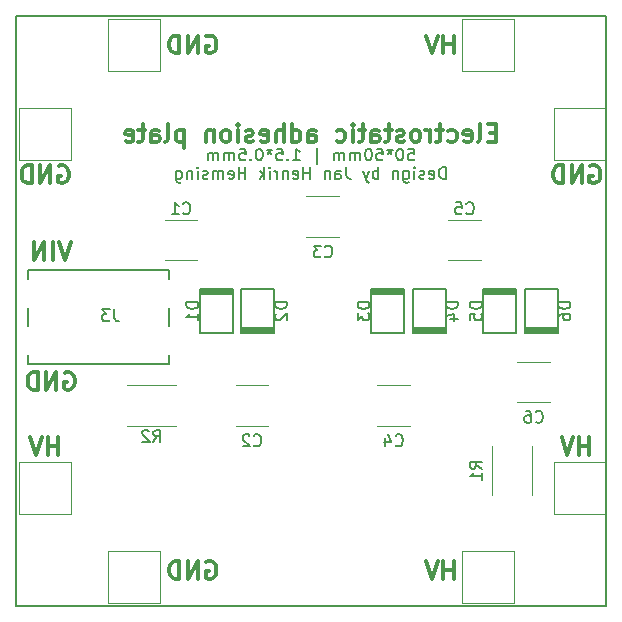
<source format=gbo>
%TF.GenerationSoftware,KiCad,Pcbnew,5.0.1*%
%TF.CreationDate,2019-03-19T22:32:44+01:00*%
%TF.ProjectId,Statikplatte,53746174696B706C617474652E6B6963,rev?*%
%TF.SameCoordinates,Original*%
%TF.FileFunction,Legend,Bot*%
%TF.FilePolarity,Positive*%
%FSLAX46Y46*%
G04 Gerber Fmt 4.6, Leading zero omitted, Abs format (unit mm)*
G04 Created by KiCad (PCBNEW 5.0.1) date Di 19 Mär 2019 22:32:44 CET*
%MOMM*%
%LPD*%
G01*
G04 APERTURE LIST*
%ADD10C,0.150000*%
%ADD11C,0.300000*%
%ADD12C,0.120000*%
G04 APERTURE END LIST*
D10*
X158238095Y-86252380D02*
X158714285Y-86252380D01*
X158761904Y-86728571D01*
X158714285Y-86680952D01*
X158619047Y-86633333D01*
X158380952Y-86633333D01*
X158285714Y-86680952D01*
X158238095Y-86728571D01*
X158190476Y-86823809D01*
X158190476Y-87061904D01*
X158238095Y-87157142D01*
X158285714Y-87204761D01*
X158380952Y-87252380D01*
X158619047Y-87252380D01*
X158714285Y-87204761D01*
X158761904Y-87157142D01*
X157571428Y-86252380D02*
X157476190Y-86252380D01*
X157380952Y-86300000D01*
X157333333Y-86347619D01*
X157285714Y-86442857D01*
X157238095Y-86633333D01*
X157238095Y-86871428D01*
X157285714Y-87061904D01*
X157333333Y-87157142D01*
X157380952Y-87204761D01*
X157476190Y-87252380D01*
X157571428Y-87252380D01*
X157666666Y-87204761D01*
X157714285Y-87157142D01*
X157761904Y-87061904D01*
X157809523Y-86871428D01*
X157809523Y-86633333D01*
X157761904Y-86442857D01*
X157714285Y-86347619D01*
X157666666Y-86300000D01*
X157571428Y-86252380D01*
X156666666Y-86252380D02*
X156666666Y-86490476D01*
X156904761Y-86395238D02*
X156666666Y-86490476D01*
X156428571Y-86395238D01*
X156809523Y-86680952D02*
X156666666Y-86490476D01*
X156523809Y-86680952D01*
X155571428Y-86252380D02*
X156047619Y-86252380D01*
X156095238Y-86728571D01*
X156047619Y-86680952D01*
X155952380Y-86633333D01*
X155714285Y-86633333D01*
X155619047Y-86680952D01*
X155571428Y-86728571D01*
X155523809Y-86823809D01*
X155523809Y-87061904D01*
X155571428Y-87157142D01*
X155619047Y-87204761D01*
X155714285Y-87252380D01*
X155952380Y-87252380D01*
X156047619Y-87204761D01*
X156095238Y-87157142D01*
X154904761Y-86252380D02*
X154809523Y-86252380D01*
X154714285Y-86300000D01*
X154666666Y-86347619D01*
X154619047Y-86442857D01*
X154571428Y-86633333D01*
X154571428Y-86871428D01*
X154619047Y-87061904D01*
X154666666Y-87157142D01*
X154714285Y-87204761D01*
X154809523Y-87252380D01*
X154904761Y-87252380D01*
X155000000Y-87204761D01*
X155047619Y-87157142D01*
X155095238Y-87061904D01*
X155142857Y-86871428D01*
X155142857Y-86633333D01*
X155095238Y-86442857D01*
X155047619Y-86347619D01*
X155000000Y-86300000D01*
X154904761Y-86252380D01*
X154142857Y-87252380D02*
X154142857Y-86585714D01*
X154142857Y-86680952D02*
X154095238Y-86633333D01*
X154000000Y-86585714D01*
X153857142Y-86585714D01*
X153761904Y-86633333D01*
X153714285Y-86728571D01*
X153714285Y-87252380D01*
X153714285Y-86728571D02*
X153666666Y-86633333D01*
X153571428Y-86585714D01*
X153428571Y-86585714D01*
X153333333Y-86633333D01*
X153285714Y-86728571D01*
X153285714Y-87252380D01*
X152809523Y-87252380D02*
X152809523Y-86585714D01*
X152809523Y-86680952D02*
X152761904Y-86633333D01*
X152666666Y-86585714D01*
X152523809Y-86585714D01*
X152428571Y-86633333D01*
X152380952Y-86728571D01*
X152380952Y-87252380D01*
X152380952Y-86728571D02*
X152333333Y-86633333D01*
X152238095Y-86585714D01*
X152095238Y-86585714D01*
X152000000Y-86633333D01*
X151952380Y-86728571D01*
X151952380Y-87252380D01*
X150476190Y-87585714D02*
X150476190Y-86157142D01*
X148476190Y-87252380D02*
X149047619Y-87252380D01*
X148761904Y-87252380D02*
X148761904Y-86252380D01*
X148857142Y-86395238D01*
X148952380Y-86490476D01*
X149047619Y-86538095D01*
X148047619Y-87157142D02*
X148000000Y-87204761D01*
X148047619Y-87252380D01*
X148095238Y-87204761D01*
X148047619Y-87157142D01*
X148047619Y-87252380D01*
X147095238Y-86252380D02*
X147571428Y-86252380D01*
X147619047Y-86728571D01*
X147571428Y-86680952D01*
X147476190Y-86633333D01*
X147238095Y-86633333D01*
X147142857Y-86680952D01*
X147095238Y-86728571D01*
X147047619Y-86823809D01*
X147047619Y-87061904D01*
X147095238Y-87157142D01*
X147142857Y-87204761D01*
X147238095Y-87252380D01*
X147476190Y-87252380D01*
X147571428Y-87204761D01*
X147619047Y-87157142D01*
X146476190Y-86252380D02*
X146476190Y-86490476D01*
X146714285Y-86395238D02*
X146476190Y-86490476D01*
X146238095Y-86395238D01*
X146619047Y-86680952D02*
X146476190Y-86490476D01*
X146333333Y-86680952D01*
X145666666Y-86252380D02*
X145571428Y-86252380D01*
X145476190Y-86300000D01*
X145428571Y-86347619D01*
X145380952Y-86442857D01*
X145333333Y-86633333D01*
X145333333Y-86871428D01*
X145380952Y-87061904D01*
X145428571Y-87157142D01*
X145476190Y-87204761D01*
X145571428Y-87252380D01*
X145666666Y-87252380D01*
X145761904Y-87204761D01*
X145809523Y-87157142D01*
X145857142Y-87061904D01*
X145904761Y-86871428D01*
X145904761Y-86633333D01*
X145857142Y-86442857D01*
X145809523Y-86347619D01*
X145761904Y-86300000D01*
X145666666Y-86252380D01*
X144904761Y-87157142D02*
X144857142Y-87204761D01*
X144904761Y-87252380D01*
X144952380Y-87204761D01*
X144904761Y-87157142D01*
X144904761Y-87252380D01*
X143952380Y-86252380D02*
X144428571Y-86252380D01*
X144476190Y-86728571D01*
X144428571Y-86680952D01*
X144333333Y-86633333D01*
X144095238Y-86633333D01*
X144000000Y-86680952D01*
X143952380Y-86728571D01*
X143904761Y-86823809D01*
X143904761Y-87061904D01*
X143952380Y-87157142D01*
X144000000Y-87204761D01*
X144095238Y-87252380D01*
X144333333Y-87252380D01*
X144428571Y-87204761D01*
X144476190Y-87157142D01*
X143476190Y-87252380D02*
X143476190Y-86585714D01*
X143476190Y-86680952D02*
X143428571Y-86633333D01*
X143333333Y-86585714D01*
X143190476Y-86585714D01*
X143095238Y-86633333D01*
X143047619Y-86728571D01*
X143047619Y-87252380D01*
X143047619Y-86728571D02*
X143000000Y-86633333D01*
X142904761Y-86585714D01*
X142761904Y-86585714D01*
X142666666Y-86633333D01*
X142619047Y-86728571D01*
X142619047Y-87252380D01*
X142142857Y-87252380D02*
X142142857Y-86585714D01*
X142142857Y-86680952D02*
X142095238Y-86633333D01*
X142000000Y-86585714D01*
X141857142Y-86585714D01*
X141761904Y-86633333D01*
X141714285Y-86728571D01*
X141714285Y-87252380D01*
X141714285Y-86728571D02*
X141666666Y-86633333D01*
X141571428Y-86585714D01*
X141428571Y-86585714D01*
X141333333Y-86633333D01*
X141285714Y-86728571D01*
X141285714Y-87252380D01*
X161404761Y-88802380D02*
X161404761Y-87802380D01*
X161166666Y-87802380D01*
X161023809Y-87850000D01*
X160928571Y-87945238D01*
X160880952Y-88040476D01*
X160833333Y-88230952D01*
X160833333Y-88373809D01*
X160880952Y-88564285D01*
X160928571Y-88659523D01*
X161023809Y-88754761D01*
X161166666Y-88802380D01*
X161404761Y-88802380D01*
X160023809Y-88754761D02*
X160119047Y-88802380D01*
X160309523Y-88802380D01*
X160404761Y-88754761D01*
X160452380Y-88659523D01*
X160452380Y-88278571D01*
X160404761Y-88183333D01*
X160309523Y-88135714D01*
X160119047Y-88135714D01*
X160023809Y-88183333D01*
X159976190Y-88278571D01*
X159976190Y-88373809D01*
X160452380Y-88469047D01*
X159595238Y-88754761D02*
X159500000Y-88802380D01*
X159309523Y-88802380D01*
X159214285Y-88754761D01*
X159166666Y-88659523D01*
X159166666Y-88611904D01*
X159214285Y-88516666D01*
X159309523Y-88469047D01*
X159452380Y-88469047D01*
X159547619Y-88421428D01*
X159595238Y-88326190D01*
X159595238Y-88278571D01*
X159547619Y-88183333D01*
X159452380Y-88135714D01*
X159309523Y-88135714D01*
X159214285Y-88183333D01*
X158738095Y-88802380D02*
X158738095Y-88135714D01*
X158738095Y-87802380D02*
X158785714Y-87850000D01*
X158738095Y-87897619D01*
X158690476Y-87850000D01*
X158738095Y-87802380D01*
X158738095Y-87897619D01*
X157833333Y-88135714D02*
X157833333Y-88945238D01*
X157880952Y-89040476D01*
X157928571Y-89088095D01*
X158023809Y-89135714D01*
X158166666Y-89135714D01*
X158261904Y-89088095D01*
X157833333Y-88754761D02*
X157928571Y-88802380D01*
X158119047Y-88802380D01*
X158214285Y-88754761D01*
X158261904Y-88707142D01*
X158309523Y-88611904D01*
X158309523Y-88326190D01*
X158261904Y-88230952D01*
X158214285Y-88183333D01*
X158119047Y-88135714D01*
X157928571Y-88135714D01*
X157833333Y-88183333D01*
X157357142Y-88135714D02*
X157357142Y-88802380D01*
X157357142Y-88230952D02*
X157309523Y-88183333D01*
X157214285Y-88135714D01*
X157071428Y-88135714D01*
X156976190Y-88183333D01*
X156928571Y-88278571D01*
X156928571Y-88802380D01*
X155690476Y-88802380D02*
X155690476Y-87802380D01*
X155690476Y-88183333D02*
X155595238Y-88135714D01*
X155404761Y-88135714D01*
X155309523Y-88183333D01*
X155261904Y-88230952D01*
X155214285Y-88326190D01*
X155214285Y-88611904D01*
X155261904Y-88707142D01*
X155309523Y-88754761D01*
X155404761Y-88802380D01*
X155595238Y-88802380D01*
X155690476Y-88754761D01*
X154880952Y-88135714D02*
X154642857Y-88802380D01*
X154404761Y-88135714D02*
X154642857Y-88802380D01*
X154738095Y-89040476D01*
X154785714Y-89088095D01*
X154880952Y-89135714D01*
X152976190Y-87802380D02*
X152976190Y-88516666D01*
X153023809Y-88659523D01*
X153119047Y-88754761D01*
X153261904Y-88802380D01*
X153357142Y-88802380D01*
X152071428Y-88802380D02*
X152071428Y-88278571D01*
X152119047Y-88183333D01*
X152214285Y-88135714D01*
X152404761Y-88135714D01*
X152500000Y-88183333D01*
X152071428Y-88754761D02*
X152166666Y-88802380D01*
X152404761Y-88802380D01*
X152500000Y-88754761D01*
X152547619Y-88659523D01*
X152547619Y-88564285D01*
X152500000Y-88469047D01*
X152404761Y-88421428D01*
X152166666Y-88421428D01*
X152071428Y-88373809D01*
X151595238Y-88135714D02*
X151595238Y-88802380D01*
X151595238Y-88230952D02*
X151547619Y-88183333D01*
X151452380Y-88135714D01*
X151309523Y-88135714D01*
X151214285Y-88183333D01*
X151166666Y-88278571D01*
X151166666Y-88802380D01*
X149928571Y-88802380D02*
X149928571Y-87802380D01*
X149928571Y-88278571D02*
X149357142Y-88278571D01*
X149357142Y-88802380D02*
X149357142Y-87802380D01*
X148500000Y-88754761D02*
X148595238Y-88802380D01*
X148785714Y-88802380D01*
X148880952Y-88754761D01*
X148928571Y-88659523D01*
X148928571Y-88278571D01*
X148880952Y-88183333D01*
X148785714Y-88135714D01*
X148595238Y-88135714D01*
X148500000Y-88183333D01*
X148452380Y-88278571D01*
X148452380Y-88373809D01*
X148928571Y-88469047D01*
X148023809Y-88135714D02*
X148023809Y-88802380D01*
X148023809Y-88230952D02*
X147976190Y-88183333D01*
X147880952Y-88135714D01*
X147738095Y-88135714D01*
X147642857Y-88183333D01*
X147595238Y-88278571D01*
X147595238Y-88802380D01*
X147119047Y-88802380D02*
X147119047Y-88135714D01*
X147119047Y-88326190D02*
X147071428Y-88230952D01*
X147023809Y-88183333D01*
X146928571Y-88135714D01*
X146833333Y-88135714D01*
X146500000Y-88802380D02*
X146500000Y-88135714D01*
X146500000Y-87802380D02*
X146547619Y-87850000D01*
X146500000Y-87897619D01*
X146452380Y-87850000D01*
X146500000Y-87802380D01*
X146500000Y-87897619D01*
X146023809Y-88802380D02*
X146023809Y-87802380D01*
X145928571Y-88421428D02*
X145642857Y-88802380D01*
X145642857Y-88135714D02*
X146023809Y-88516666D01*
X144452380Y-88802380D02*
X144452380Y-87802380D01*
X144452380Y-88278571D02*
X143880952Y-88278571D01*
X143880952Y-88802380D02*
X143880952Y-87802380D01*
X143023809Y-88754761D02*
X143119047Y-88802380D01*
X143309523Y-88802380D01*
X143404761Y-88754761D01*
X143452380Y-88659523D01*
X143452380Y-88278571D01*
X143404761Y-88183333D01*
X143309523Y-88135714D01*
X143119047Y-88135714D01*
X143023809Y-88183333D01*
X142976190Y-88278571D01*
X142976190Y-88373809D01*
X143452380Y-88469047D01*
X142547619Y-88802380D02*
X142547619Y-88135714D01*
X142547619Y-88230952D02*
X142500000Y-88183333D01*
X142404761Y-88135714D01*
X142261904Y-88135714D01*
X142166666Y-88183333D01*
X142119047Y-88278571D01*
X142119047Y-88802380D01*
X142119047Y-88278571D02*
X142071428Y-88183333D01*
X141976190Y-88135714D01*
X141833333Y-88135714D01*
X141738095Y-88183333D01*
X141690476Y-88278571D01*
X141690476Y-88802380D01*
X141261904Y-88754761D02*
X141166666Y-88802380D01*
X140976190Y-88802380D01*
X140880952Y-88754761D01*
X140833333Y-88659523D01*
X140833333Y-88611904D01*
X140880952Y-88516666D01*
X140976190Y-88469047D01*
X141119047Y-88469047D01*
X141214285Y-88421428D01*
X141261904Y-88326190D01*
X141261904Y-88278571D01*
X141214285Y-88183333D01*
X141119047Y-88135714D01*
X140976190Y-88135714D01*
X140880952Y-88183333D01*
X140404761Y-88802380D02*
X140404761Y-88135714D01*
X140404761Y-87802380D02*
X140452380Y-87850000D01*
X140404761Y-87897619D01*
X140357142Y-87850000D01*
X140404761Y-87802380D01*
X140404761Y-87897619D01*
X139928571Y-88135714D02*
X139928571Y-88802380D01*
X139928571Y-88230952D02*
X139880952Y-88183333D01*
X139785714Y-88135714D01*
X139642857Y-88135714D01*
X139547619Y-88183333D01*
X139500000Y-88278571D01*
X139500000Y-88802380D01*
X138595238Y-88135714D02*
X138595238Y-88945238D01*
X138642857Y-89040476D01*
X138690476Y-89088095D01*
X138785714Y-89135714D01*
X138928571Y-89135714D01*
X139023809Y-89088095D01*
X138595238Y-88754761D02*
X138690476Y-88802380D01*
X138880952Y-88802380D01*
X138976190Y-88754761D01*
X139023809Y-88707142D01*
X139071428Y-88611904D01*
X139071428Y-88326190D01*
X139023809Y-88230952D01*
X138976190Y-88183333D01*
X138880952Y-88135714D01*
X138690476Y-88135714D01*
X138595238Y-88183333D01*
D11*
X173642857Y-87750000D02*
X173785714Y-87678571D01*
X174000000Y-87678571D01*
X174214285Y-87750000D01*
X174357142Y-87892857D01*
X174428571Y-88035714D01*
X174500000Y-88321428D01*
X174500000Y-88535714D01*
X174428571Y-88821428D01*
X174357142Y-88964285D01*
X174214285Y-89107142D01*
X174000000Y-89178571D01*
X173857142Y-89178571D01*
X173642857Y-89107142D01*
X173571428Y-89035714D01*
X173571428Y-88535714D01*
X173857142Y-88535714D01*
X172928571Y-89178571D02*
X172928571Y-87678571D01*
X172071428Y-89178571D01*
X172071428Y-87678571D01*
X171357142Y-89178571D02*
X171357142Y-87678571D01*
X171000000Y-87678571D01*
X170785714Y-87750000D01*
X170642857Y-87892857D01*
X170571428Y-88035714D01*
X170500000Y-88321428D01*
X170500000Y-88535714D01*
X170571428Y-88821428D01*
X170642857Y-88964285D01*
X170785714Y-89107142D01*
X171000000Y-89178571D01*
X171357142Y-89178571D01*
X128642857Y-87750000D02*
X128785714Y-87678571D01*
X129000000Y-87678571D01*
X129214285Y-87750000D01*
X129357142Y-87892857D01*
X129428571Y-88035714D01*
X129500000Y-88321428D01*
X129500000Y-88535714D01*
X129428571Y-88821428D01*
X129357142Y-88964285D01*
X129214285Y-89107142D01*
X129000000Y-89178571D01*
X128857142Y-89178571D01*
X128642857Y-89107142D01*
X128571428Y-89035714D01*
X128571428Y-88535714D01*
X128857142Y-88535714D01*
X127928571Y-89178571D02*
X127928571Y-87678571D01*
X127071428Y-89178571D01*
X127071428Y-87678571D01*
X126357142Y-89178571D02*
X126357142Y-87678571D01*
X126000000Y-87678571D01*
X125785714Y-87750000D01*
X125642857Y-87892857D01*
X125571428Y-88035714D01*
X125500000Y-88321428D01*
X125500000Y-88535714D01*
X125571428Y-88821428D01*
X125642857Y-88964285D01*
X125785714Y-89107142D01*
X126000000Y-89178571D01*
X126357142Y-89178571D01*
X141142857Y-121250000D02*
X141285714Y-121178571D01*
X141500000Y-121178571D01*
X141714285Y-121250000D01*
X141857142Y-121392857D01*
X141928571Y-121535714D01*
X142000000Y-121821428D01*
X142000000Y-122035714D01*
X141928571Y-122321428D01*
X141857142Y-122464285D01*
X141714285Y-122607142D01*
X141500000Y-122678571D01*
X141357142Y-122678571D01*
X141142857Y-122607142D01*
X141071428Y-122535714D01*
X141071428Y-122035714D01*
X141357142Y-122035714D01*
X140428571Y-122678571D02*
X140428571Y-121178571D01*
X139571428Y-122678571D01*
X139571428Y-121178571D01*
X138857142Y-122678571D02*
X138857142Y-121178571D01*
X138500000Y-121178571D01*
X138285714Y-121250000D01*
X138142857Y-121392857D01*
X138071428Y-121535714D01*
X138000000Y-121821428D01*
X138000000Y-122035714D01*
X138071428Y-122321428D01*
X138142857Y-122464285D01*
X138285714Y-122607142D01*
X138500000Y-122678571D01*
X138857142Y-122678571D01*
X141142857Y-76750000D02*
X141285714Y-76678571D01*
X141500000Y-76678571D01*
X141714285Y-76750000D01*
X141857142Y-76892857D01*
X141928571Y-77035714D01*
X142000000Y-77321428D01*
X142000000Y-77535714D01*
X141928571Y-77821428D01*
X141857142Y-77964285D01*
X141714285Y-78107142D01*
X141500000Y-78178571D01*
X141357142Y-78178571D01*
X141142857Y-78107142D01*
X141071428Y-78035714D01*
X141071428Y-77535714D01*
X141357142Y-77535714D01*
X140428571Y-78178571D02*
X140428571Y-76678571D01*
X139571428Y-78178571D01*
X139571428Y-76678571D01*
X138857142Y-78178571D02*
X138857142Y-76678571D01*
X138500000Y-76678571D01*
X138285714Y-76750000D01*
X138142857Y-76892857D01*
X138071428Y-77035714D01*
X138000000Y-77321428D01*
X138000000Y-77535714D01*
X138071428Y-77821428D01*
X138142857Y-77964285D01*
X138285714Y-78107142D01*
X138500000Y-78178571D01*
X138857142Y-78178571D01*
X162071428Y-78178571D02*
X162071428Y-76678571D01*
X162071428Y-77392857D02*
X161214285Y-77392857D01*
X161214285Y-78178571D02*
X161214285Y-76678571D01*
X160714285Y-76678571D02*
X160214285Y-78178571D01*
X159714285Y-76678571D01*
X162071428Y-122678571D02*
X162071428Y-121178571D01*
X162071428Y-121892857D02*
X161214285Y-121892857D01*
X161214285Y-122678571D02*
X161214285Y-121178571D01*
X160714285Y-121178571D02*
X160214285Y-122678571D01*
X159714285Y-121178571D01*
X173571428Y-112178571D02*
X173571428Y-110678571D01*
X173571428Y-111392857D02*
X172714285Y-111392857D01*
X172714285Y-112178571D02*
X172714285Y-110678571D01*
X172214285Y-110678571D02*
X171714285Y-112178571D01*
X171214285Y-110678571D01*
X128571428Y-112178571D02*
X128571428Y-110678571D01*
X128571428Y-111392857D02*
X127714285Y-111392857D01*
X127714285Y-112178571D02*
X127714285Y-110678571D01*
X127214285Y-110678571D02*
X126714285Y-112178571D01*
X126214285Y-110678571D01*
X165678571Y-84892857D02*
X165178571Y-84892857D01*
X164964285Y-85678571D02*
X165678571Y-85678571D01*
X165678571Y-84178571D01*
X164964285Y-84178571D01*
X164107142Y-85678571D02*
X164250000Y-85607142D01*
X164321428Y-85464285D01*
X164321428Y-84178571D01*
X162964285Y-85607142D02*
X163107142Y-85678571D01*
X163392857Y-85678571D01*
X163535714Y-85607142D01*
X163607142Y-85464285D01*
X163607142Y-84892857D01*
X163535714Y-84750000D01*
X163392857Y-84678571D01*
X163107142Y-84678571D01*
X162964285Y-84750000D01*
X162892857Y-84892857D01*
X162892857Y-85035714D01*
X163607142Y-85178571D01*
X161607142Y-85607142D02*
X161750000Y-85678571D01*
X162035714Y-85678571D01*
X162178571Y-85607142D01*
X162250000Y-85535714D01*
X162321428Y-85392857D01*
X162321428Y-84964285D01*
X162250000Y-84821428D01*
X162178571Y-84750000D01*
X162035714Y-84678571D01*
X161750000Y-84678571D01*
X161607142Y-84750000D01*
X161178571Y-84678571D02*
X160607142Y-84678571D01*
X160964285Y-84178571D02*
X160964285Y-85464285D01*
X160892857Y-85607142D01*
X160750000Y-85678571D01*
X160607142Y-85678571D01*
X160107142Y-85678571D02*
X160107142Y-84678571D01*
X160107142Y-84964285D02*
X160035714Y-84821428D01*
X159964285Y-84750000D01*
X159821428Y-84678571D01*
X159678571Y-84678571D01*
X158964285Y-85678571D02*
X159107142Y-85607142D01*
X159178571Y-85535714D01*
X159250000Y-85392857D01*
X159250000Y-84964285D01*
X159178571Y-84821428D01*
X159107142Y-84750000D01*
X158964285Y-84678571D01*
X158750000Y-84678571D01*
X158607142Y-84750000D01*
X158535714Y-84821428D01*
X158464285Y-84964285D01*
X158464285Y-85392857D01*
X158535714Y-85535714D01*
X158607142Y-85607142D01*
X158750000Y-85678571D01*
X158964285Y-85678571D01*
X157892857Y-85607142D02*
X157750000Y-85678571D01*
X157464285Y-85678571D01*
X157321428Y-85607142D01*
X157250000Y-85464285D01*
X157250000Y-85392857D01*
X157321428Y-85250000D01*
X157464285Y-85178571D01*
X157678571Y-85178571D01*
X157821428Y-85107142D01*
X157892857Y-84964285D01*
X157892857Y-84892857D01*
X157821428Y-84750000D01*
X157678571Y-84678571D01*
X157464285Y-84678571D01*
X157321428Y-84750000D01*
X156821428Y-84678571D02*
X156250000Y-84678571D01*
X156607142Y-84178571D02*
X156607142Y-85464285D01*
X156535714Y-85607142D01*
X156392857Y-85678571D01*
X156250000Y-85678571D01*
X155107142Y-85678571D02*
X155107142Y-84892857D01*
X155178571Y-84750000D01*
X155321428Y-84678571D01*
X155607142Y-84678571D01*
X155750000Y-84750000D01*
X155107142Y-85607142D02*
X155250000Y-85678571D01*
X155607142Y-85678571D01*
X155750000Y-85607142D01*
X155821428Y-85464285D01*
X155821428Y-85321428D01*
X155750000Y-85178571D01*
X155607142Y-85107142D01*
X155250000Y-85107142D01*
X155107142Y-85035714D01*
X154607142Y-84678571D02*
X154035714Y-84678571D01*
X154392857Y-84178571D02*
X154392857Y-85464285D01*
X154321428Y-85607142D01*
X154178571Y-85678571D01*
X154035714Y-85678571D01*
X153535714Y-85678571D02*
X153535714Y-84678571D01*
X153535714Y-84178571D02*
X153607142Y-84250000D01*
X153535714Y-84321428D01*
X153464285Y-84250000D01*
X153535714Y-84178571D01*
X153535714Y-84321428D01*
X152178571Y-85607142D02*
X152321428Y-85678571D01*
X152607142Y-85678571D01*
X152750000Y-85607142D01*
X152821428Y-85535714D01*
X152892857Y-85392857D01*
X152892857Y-84964285D01*
X152821428Y-84821428D01*
X152750000Y-84750000D01*
X152607142Y-84678571D01*
X152321428Y-84678571D01*
X152178571Y-84750000D01*
X149750000Y-85678571D02*
X149750000Y-84892857D01*
X149821428Y-84750000D01*
X149964285Y-84678571D01*
X150250000Y-84678571D01*
X150392857Y-84750000D01*
X149750000Y-85607142D02*
X149892857Y-85678571D01*
X150250000Y-85678571D01*
X150392857Y-85607142D01*
X150464285Y-85464285D01*
X150464285Y-85321428D01*
X150392857Y-85178571D01*
X150250000Y-85107142D01*
X149892857Y-85107142D01*
X149750000Y-85035714D01*
X148392857Y-85678571D02*
X148392857Y-84178571D01*
X148392857Y-85607142D02*
X148535714Y-85678571D01*
X148821428Y-85678571D01*
X148964285Y-85607142D01*
X149035714Y-85535714D01*
X149107142Y-85392857D01*
X149107142Y-84964285D01*
X149035714Y-84821428D01*
X148964285Y-84750000D01*
X148821428Y-84678571D01*
X148535714Y-84678571D01*
X148392857Y-84750000D01*
X147678571Y-85678571D02*
X147678571Y-84178571D01*
X147035714Y-85678571D02*
X147035714Y-84892857D01*
X147107142Y-84750000D01*
X147250000Y-84678571D01*
X147464285Y-84678571D01*
X147607142Y-84750000D01*
X147678571Y-84821428D01*
X145750000Y-85607142D02*
X145892857Y-85678571D01*
X146178571Y-85678571D01*
X146321428Y-85607142D01*
X146392857Y-85464285D01*
X146392857Y-84892857D01*
X146321428Y-84750000D01*
X146178571Y-84678571D01*
X145892857Y-84678571D01*
X145750000Y-84750000D01*
X145678571Y-84892857D01*
X145678571Y-85035714D01*
X146392857Y-85178571D01*
X145107142Y-85607142D02*
X144964285Y-85678571D01*
X144678571Y-85678571D01*
X144535714Y-85607142D01*
X144464285Y-85464285D01*
X144464285Y-85392857D01*
X144535714Y-85250000D01*
X144678571Y-85178571D01*
X144892857Y-85178571D01*
X145035714Y-85107142D01*
X145107142Y-84964285D01*
X145107142Y-84892857D01*
X145035714Y-84750000D01*
X144892857Y-84678571D01*
X144678571Y-84678571D01*
X144535714Y-84750000D01*
X143821428Y-85678571D02*
X143821428Y-84678571D01*
X143821428Y-84178571D02*
X143892857Y-84250000D01*
X143821428Y-84321428D01*
X143750000Y-84250000D01*
X143821428Y-84178571D01*
X143821428Y-84321428D01*
X142892857Y-85678571D02*
X143035714Y-85607142D01*
X143107142Y-85535714D01*
X143178571Y-85392857D01*
X143178571Y-84964285D01*
X143107142Y-84821428D01*
X143035714Y-84750000D01*
X142892857Y-84678571D01*
X142678571Y-84678571D01*
X142535714Y-84750000D01*
X142464285Y-84821428D01*
X142392857Y-84964285D01*
X142392857Y-85392857D01*
X142464285Y-85535714D01*
X142535714Y-85607142D01*
X142678571Y-85678571D01*
X142892857Y-85678571D01*
X141750000Y-84678571D02*
X141750000Y-85678571D01*
X141750000Y-84821428D02*
X141678571Y-84750000D01*
X141535714Y-84678571D01*
X141321428Y-84678571D01*
X141178571Y-84750000D01*
X141107142Y-84892857D01*
X141107142Y-85678571D01*
X139250000Y-84678571D02*
X139250000Y-86178571D01*
X139250000Y-84750000D02*
X139107142Y-84678571D01*
X138821428Y-84678571D01*
X138678571Y-84750000D01*
X138607142Y-84821428D01*
X138535714Y-84964285D01*
X138535714Y-85392857D01*
X138607142Y-85535714D01*
X138678571Y-85607142D01*
X138821428Y-85678571D01*
X139107142Y-85678571D01*
X139250000Y-85607142D01*
X137678571Y-85678571D02*
X137821428Y-85607142D01*
X137892857Y-85464285D01*
X137892857Y-84178571D01*
X136464285Y-85678571D02*
X136464285Y-84892857D01*
X136535714Y-84750000D01*
X136678571Y-84678571D01*
X136964285Y-84678571D01*
X137107142Y-84750000D01*
X136464285Y-85607142D02*
X136607142Y-85678571D01*
X136964285Y-85678571D01*
X137107142Y-85607142D01*
X137178571Y-85464285D01*
X137178571Y-85321428D01*
X137107142Y-85178571D01*
X136964285Y-85107142D01*
X136607142Y-85107142D01*
X136464285Y-85035714D01*
X135964285Y-84678571D02*
X135392857Y-84678571D01*
X135750000Y-84178571D02*
X135750000Y-85464285D01*
X135678571Y-85607142D01*
X135535714Y-85678571D01*
X135392857Y-85678571D01*
X134321428Y-85607142D02*
X134464285Y-85678571D01*
X134750000Y-85678571D01*
X134892857Y-85607142D01*
X134964285Y-85464285D01*
X134964285Y-84892857D01*
X134892857Y-84750000D01*
X134750000Y-84678571D01*
X134464285Y-84678571D01*
X134321428Y-84750000D01*
X134250000Y-84892857D01*
X134250000Y-85035714D01*
X134964285Y-85178571D01*
X129642857Y-94178571D02*
X129142857Y-95678571D01*
X128642857Y-94178571D01*
X128142857Y-95678571D02*
X128142857Y-94178571D01*
X127428571Y-95678571D02*
X127428571Y-94178571D01*
X126571428Y-95678571D01*
X126571428Y-94178571D01*
X129142857Y-105250000D02*
X129285714Y-105178571D01*
X129500000Y-105178571D01*
X129714285Y-105250000D01*
X129857142Y-105392857D01*
X129928571Y-105535714D01*
X130000000Y-105821428D01*
X130000000Y-106035714D01*
X129928571Y-106321428D01*
X129857142Y-106464285D01*
X129714285Y-106607142D01*
X129500000Y-106678571D01*
X129357142Y-106678571D01*
X129142857Y-106607142D01*
X129071428Y-106535714D01*
X129071428Y-106035714D01*
X129357142Y-106035714D01*
X128428571Y-106678571D02*
X128428571Y-105178571D01*
X127571428Y-106678571D01*
X127571428Y-105178571D01*
X126857142Y-106678571D02*
X126857142Y-105178571D01*
X126500000Y-105178571D01*
X126285714Y-105250000D01*
X126142857Y-105392857D01*
X126071428Y-105535714D01*
X126000000Y-105821428D01*
X126000000Y-106035714D01*
X126071428Y-106321428D01*
X126142857Y-106464285D01*
X126285714Y-106607142D01*
X126500000Y-106678571D01*
X126857142Y-106678571D01*
D10*
X125000000Y-75000000D02*
X175000000Y-75000000D01*
X175000000Y-75000000D02*
X175000000Y-125000000D01*
X125000000Y-125000000D02*
X175000000Y-125000000D01*
X125000000Y-75000000D02*
X125000000Y-125000000D01*
D12*
X137200000Y-120300000D02*
X132800000Y-120300000D01*
X137200000Y-124700000D02*
X137200000Y-120300000D01*
X132800000Y-124700000D02*
X137200000Y-124700000D01*
X132800000Y-120300000D02*
X132800000Y-124700000D01*
X167200000Y-120300000D02*
X162800000Y-120300000D01*
X167200000Y-124700000D02*
X167200000Y-120300000D01*
X162800000Y-124700000D02*
X167200000Y-124700000D01*
X162800000Y-120300000D02*
X162800000Y-124700000D01*
X129700000Y-87200000D02*
X129700000Y-82800000D01*
X125300000Y-87200000D02*
X129700000Y-87200000D01*
X125300000Y-82800000D02*
X125300000Y-87200000D01*
X129700000Y-82800000D02*
X125300000Y-82800000D01*
X137200000Y-75300000D02*
X132800000Y-75300000D01*
X137200000Y-79700000D02*
X137200000Y-75300000D01*
X132800000Y-79700000D02*
X137200000Y-79700000D01*
X132800000Y-75300000D02*
X132800000Y-79700000D01*
X167200000Y-75300000D02*
X162800000Y-75300000D01*
X167200000Y-79700000D02*
X167200000Y-75300000D01*
X162800000Y-79700000D02*
X167200000Y-79700000D01*
X162800000Y-75300000D02*
X162800000Y-79700000D01*
X174950000Y-117200000D02*
X174950000Y-112800000D01*
X170550000Y-117200000D02*
X174950000Y-117200000D01*
X170550000Y-112800000D02*
X170550000Y-117200000D01*
X174950000Y-112800000D02*
X170550000Y-112800000D01*
X129700000Y-117200000D02*
X129700000Y-112800000D01*
X125300000Y-117200000D02*
X129700000Y-117200000D01*
X125300000Y-112800000D02*
X125300000Y-117200000D01*
X129700000Y-112800000D02*
X125300000Y-112800000D01*
X174950000Y-87200000D02*
X174950000Y-82800000D01*
X170550000Y-87200000D02*
X174950000Y-87200000D01*
X170550000Y-82800000D02*
X170550000Y-87200000D01*
X174950000Y-82800000D02*
X170550000Y-82800000D01*
X165290000Y-115552064D02*
X165290000Y-111447936D01*
X168710000Y-115552064D02*
X168710000Y-111447936D01*
X134447936Y-106290000D02*
X138552064Y-106290000D01*
X134447936Y-109710000D02*
X138552064Y-109710000D01*
D10*
X126000000Y-99750000D02*
X126000000Y-101250000D01*
X126000000Y-103750000D02*
X126000000Y-104500000D01*
X138000000Y-103750000D02*
X138000000Y-104500000D01*
X138000000Y-99750000D02*
X138000000Y-101250000D01*
X138000000Y-96500000D02*
X138000000Y-97250000D01*
X126000000Y-96500000D02*
X126000000Y-97250000D01*
X126000000Y-104500000D02*
X138000000Y-104500000D01*
X138000000Y-96500000D02*
X126000000Y-96500000D01*
D12*
X146386252Y-109710000D02*
X143613748Y-109710000D01*
X146386252Y-106290000D02*
X143613748Y-106290000D01*
X152386252Y-93710000D02*
X149613748Y-93710000D01*
X152386252Y-90290000D02*
X149613748Y-90290000D01*
X158386252Y-109710000D02*
X155613748Y-109710000D01*
X158386252Y-106290000D02*
X155613748Y-106290000D01*
X164386252Y-95710000D02*
X161613748Y-95710000D01*
X164386252Y-92290000D02*
X161613748Y-92290000D01*
X170248752Y-107710000D02*
X167476248Y-107710000D01*
X170248752Y-104290000D02*
X167476248Y-104290000D01*
D10*
X146900000Y-101425000D02*
X144100000Y-101425000D01*
X146900000Y-101525000D02*
X144100000Y-101525000D01*
X146900000Y-101725000D02*
X144100000Y-101725000D01*
X146900000Y-101625000D02*
X144100000Y-101625000D01*
X144100000Y-101825000D02*
X144100000Y-98175000D01*
X146900000Y-101825000D02*
X144100000Y-101825000D01*
X146900000Y-98175000D02*
X146900000Y-101825000D01*
X144100000Y-98175000D02*
X146900000Y-98175000D01*
X155100000Y-98575000D02*
X157900000Y-98575000D01*
X155100000Y-98475000D02*
X157900000Y-98475000D01*
X155100000Y-98275000D02*
X157900000Y-98275000D01*
X155100000Y-98375000D02*
X157900000Y-98375000D01*
X157900000Y-98175000D02*
X157900000Y-101825000D01*
X155100000Y-98175000D02*
X157900000Y-98175000D01*
X155100000Y-101825000D02*
X155100000Y-98175000D01*
X157900000Y-101825000D02*
X155100000Y-101825000D01*
X161400000Y-101425000D02*
X158600000Y-101425000D01*
X161400000Y-101525000D02*
X158600000Y-101525000D01*
X161400000Y-101725000D02*
X158600000Y-101725000D01*
X161400000Y-101625000D02*
X158600000Y-101625000D01*
X158600000Y-101825000D02*
X158600000Y-98175000D01*
X161400000Y-101825000D02*
X158600000Y-101825000D01*
X161400000Y-98175000D02*
X161400000Y-101825000D01*
X158600000Y-98175000D02*
X161400000Y-98175000D01*
X164600000Y-98575000D02*
X167400000Y-98575000D01*
X164600000Y-98475000D02*
X167400000Y-98475000D01*
X164600000Y-98275000D02*
X167400000Y-98275000D01*
X164600000Y-98375000D02*
X167400000Y-98375000D01*
X167400000Y-98175000D02*
X167400000Y-101825000D01*
X164600000Y-98175000D02*
X167400000Y-98175000D01*
X164600000Y-101825000D02*
X164600000Y-98175000D01*
X167400000Y-101825000D02*
X164600000Y-101825000D01*
X170900000Y-101425000D02*
X168100000Y-101425000D01*
X170900000Y-101525000D02*
X168100000Y-101525000D01*
X170900000Y-101725000D02*
X168100000Y-101725000D01*
X170900000Y-101625000D02*
X168100000Y-101625000D01*
X168100000Y-101825000D02*
X168100000Y-98175000D01*
X170900000Y-101825000D02*
X168100000Y-101825000D01*
X170900000Y-98175000D02*
X170900000Y-101825000D01*
X168100000Y-98175000D02*
X170900000Y-98175000D01*
D12*
X140386252Y-95710000D02*
X137613748Y-95710000D01*
X140386252Y-92290000D02*
X137613748Y-92290000D01*
D10*
X140600000Y-98575000D02*
X143400000Y-98575000D01*
X140600000Y-98475000D02*
X143400000Y-98475000D01*
X140600000Y-98275000D02*
X143400000Y-98275000D01*
X140600000Y-98375000D02*
X143400000Y-98375000D01*
X143400000Y-98175000D02*
X143400000Y-101825000D01*
X140600000Y-98175000D02*
X143400000Y-98175000D01*
X140600000Y-101825000D02*
X140600000Y-98175000D01*
X143400000Y-101825000D02*
X140600000Y-101825000D01*
X164452380Y-113333333D02*
X163976190Y-113000000D01*
X164452380Y-112761904D02*
X163452380Y-112761904D01*
X163452380Y-113142857D01*
X163500000Y-113238095D01*
X163547619Y-113285714D01*
X163642857Y-113333333D01*
X163785714Y-113333333D01*
X163880952Y-113285714D01*
X163928571Y-113238095D01*
X163976190Y-113142857D01*
X163976190Y-112761904D01*
X164452380Y-114285714D02*
X164452380Y-113714285D01*
X164452380Y-114000000D02*
X163452380Y-114000000D01*
X163595238Y-113904761D01*
X163690476Y-113809523D01*
X163738095Y-113714285D01*
X136666666Y-111072380D02*
X137000000Y-110596190D01*
X137238095Y-111072380D02*
X137238095Y-110072380D01*
X136857142Y-110072380D01*
X136761904Y-110120000D01*
X136714285Y-110167619D01*
X136666666Y-110262857D01*
X136666666Y-110405714D01*
X136714285Y-110500952D01*
X136761904Y-110548571D01*
X136857142Y-110596190D01*
X137238095Y-110596190D01*
X136285714Y-110167619D02*
X136238095Y-110120000D01*
X136142857Y-110072380D01*
X135904761Y-110072380D01*
X135809523Y-110120000D01*
X135761904Y-110167619D01*
X135714285Y-110262857D01*
X135714285Y-110358095D01*
X135761904Y-110500952D01*
X136333333Y-111072380D01*
X135714285Y-111072380D01*
X133333333Y-99852380D02*
X133333333Y-100566666D01*
X133380952Y-100709523D01*
X133476190Y-100804761D01*
X133619047Y-100852380D01*
X133714285Y-100852380D01*
X132952380Y-99852380D02*
X132333333Y-99852380D01*
X132666666Y-100233333D01*
X132523809Y-100233333D01*
X132428571Y-100280952D01*
X132380952Y-100328571D01*
X132333333Y-100423809D01*
X132333333Y-100661904D01*
X132380952Y-100757142D01*
X132428571Y-100804761D01*
X132523809Y-100852380D01*
X132809523Y-100852380D01*
X132904761Y-100804761D01*
X132952380Y-100757142D01*
X145166666Y-111357142D02*
X145214285Y-111404761D01*
X145357142Y-111452380D01*
X145452380Y-111452380D01*
X145595238Y-111404761D01*
X145690476Y-111309523D01*
X145738095Y-111214285D01*
X145785714Y-111023809D01*
X145785714Y-110880952D01*
X145738095Y-110690476D01*
X145690476Y-110595238D01*
X145595238Y-110500000D01*
X145452380Y-110452380D01*
X145357142Y-110452380D01*
X145214285Y-110500000D01*
X145166666Y-110547619D01*
X144785714Y-110547619D02*
X144738095Y-110500000D01*
X144642857Y-110452380D01*
X144404761Y-110452380D01*
X144309523Y-110500000D01*
X144261904Y-110547619D01*
X144214285Y-110642857D01*
X144214285Y-110738095D01*
X144261904Y-110880952D01*
X144833333Y-111452380D01*
X144214285Y-111452380D01*
X151166666Y-95357142D02*
X151214285Y-95404761D01*
X151357142Y-95452380D01*
X151452380Y-95452380D01*
X151595238Y-95404761D01*
X151690476Y-95309523D01*
X151738095Y-95214285D01*
X151785714Y-95023809D01*
X151785714Y-94880952D01*
X151738095Y-94690476D01*
X151690476Y-94595238D01*
X151595238Y-94500000D01*
X151452380Y-94452380D01*
X151357142Y-94452380D01*
X151214285Y-94500000D01*
X151166666Y-94547619D01*
X150833333Y-94452380D02*
X150214285Y-94452380D01*
X150547619Y-94833333D01*
X150404761Y-94833333D01*
X150309523Y-94880952D01*
X150261904Y-94928571D01*
X150214285Y-95023809D01*
X150214285Y-95261904D01*
X150261904Y-95357142D01*
X150309523Y-95404761D01*
X150404761Y-95452380D01*
X150690476Y-95452380D01*
X150785714Y-95404761D01*
X150833333Y-95357142D01*
X157166666Y-111357142D02*
X157214285Y-111404761D01*
X157357142Y-111452380D01*
X157452380Y-111452380D01*
X157595238Y-111404761D01*
X157690476Y-111309523D01*
X157738095Y-111214285D01*
X157785714Y-111023809D01*
X157785714Y-110880952D01*
X157738095Y-110690476D01*
X157690476Y-110595238D01*
X157595238Y-110500000D01*
X157452380Y-110452380D01*
X157357142Y-110452380D01*
X157214285Y-110500000D01*
X157166666Y-110547619D01*
X156309523Y-110785714D02*
X156309523Y-111452380D01*
X156547619Y-110404761D02*
X156785714Y-111119047D01*
X156166666Y-111119047D01*
X163166666Y-91707142D02*
X163214285Y-91754761D01*
X163357142Y-91802380D01*
X163452380Y-91802380D01*
X163595238Y-91754761D01*
X163690476Y-91659523D01*
X163738095Y-91564285D01*
X163785714Y-91373809D01*
X163785714Y-91230952D01*
X163738095Y-91040476D01*
X163690476Y-90945238D01*
X163595238Y-90850000D01*
X163452380Y-90802380D01*
X163357142Y-90802380D01*
X163214285Y-90850000D01*
X163166666Y-90897619D01*
X162261904Y-90802380D02*
X162738095Y-90802380D01*
X162785714Y-91278571D01*
X162738095Y-91230952D01*
X162642857Y-91183333D01*
X162404761Y-91183333D01*
X162309523Y-91230952D01*
X162261904Y-91278571D01*
X162214285Y-91373809D01*
X162214285Y-91611904D01*
X162261904Y-91707142D01*
X162309523Y-91754761D01*
X162404761Y-91802380D01*
X162642857Y-91802380D01*
X162738095Y-91754761D01*
X162785714Y-91707142D01*
X169029166Y-109357142D02*
X169076785Y-109404761D01*
X169219642Y-109452380D01*
X169314880Y-109452380D01*
X169457738Y-109404761D01*
X169552976Y-109309523D01*
X169600595Y-109214285D01*
X169648214Y-109023809D01*
X169648214Y-108880952D01*
X169600595Y-108690476D01*
X169552976Y-108595238D01*
X169457738Y-108500000D01*
X169314880Y-108452380D01*
X169219642Y-108452380D01*
X169076785Y-108500000D01*
X169029166Y-108547619D01*
X168172023Y-108452380D02*
X168362500Y-108452380D01*
X168457738Y-108500000D01*
X168505357Y-108547619D01*
X168600595Y-108690476D01*
X168648214Y-108880952D01*
X168648214Y-109261904D01*
X168600595Y-109357142D01*
X168552976Y-109404761D01*
X168457738Y-109452380D01*
X168267261Y-109452380D01*
X168172023Y-109404761D01*
X168124404Y-109357142D01*
X168076785Y-109261904D01*
X168076785Y-109023809D01*
X168124404Y-108928571D01*
X168172023Y-108880952D01*
X168267261Y-108833333D01*
X168457738Y-108833333D01*
X168552976Y-108880952D01*
X168600595Y-108928571D01*
X168648214Y-109023809D01*
X147952380Y-99261905D02*
X146952380Y-99261905D01*
X146952380Y-99500001D01*
X147000000Y-99642858D01*
X147095238Y-99738096D01*
X147190476Y-99785715D01*
X147380952Y-99833334D01*
X147523809Y-99833334D01*
X147714285Y-99785715D01*
X147809523Y-99738096D01*
X147904761Y-99642858D01*
X147952380Y-99500001D01*
X147952380Y-99261905D01*
X147047619Y-100214286D02*
X147000000Y-100261905D01*
X146952380Y-100357143D01*
X146952380Y-100595239D01*
X147000000Y-100690477D01*
X147047619Y-100738096D01*
X147142857Y-100785715D01*
X147238095Y-100785715D01*
X147380952Y-100738096D01*
X147952380Y-100166667D01*
X147952380Y-100785715D01*
X154952380Y-99261904D02*
X153952380Y-99261904D01*
X153952380Y-99500000D01*
X154000000Y-99642857D01*
X154095238Y-99738095D01*
X154190476Y-99785714D01*
X154380952Y-99833333D01*
X154523809Y-99833333D01*
X154714285Y-99785714D01*
X154809523Y-99738095D01*
X154904761Y-99642857D01*
X154952380Y-99500000D01*
X154952380Y-99261904D01*
X153952380Y-100166666D02*
X153952380Y-100785714D01*
X154333333Y-100452380D01*
X154333333Y-100595238D01*
X154380952Y-100690476D01*
X154428571Y-100738095D01*
X154523809Y-100785714D01*
X154761904Y-100785714D01*
X154857142Y-100738095D01*
X154904761Y-100690476D01*
X154952380Y-100595238D01*
X154952380Y-100309523D01*
X154904761Y-100214285D01*
X154857142Y-100166666D01*
X162452380Y-99261904D02*
X161452380Y-99261904D01*
X161452380Y-99500000D01*
X161500000Y-99642857D01*
X161595238Y-99738095D01*
X161690476Y-99785714D01*
X161880952Y-99833333D01*
X162023809Y-99833333D01*
X162214285Y-99785714D01*
X162309523Y-99738095D01*
X162404761Y-99642857D01*
X162452380Y-99500000D01*
X162452380Y-99261904D01*
X161785714Y-100690476D02*
X162452380Y-100690476D01*
X161404761Y-100452380D02*
X162119047Y-100214285D01*
X162119047Y-100833333D01*
X164452380Y-99261904D02*
X163452380Y-99261904D01*
X163452380Y-99500000D01*
X163500000Y-99642857D01*
X163595238Y-99738095D01*
X163690476Y-99785714D01*
X163880952Y-99833333D01*
X164023809Y-99833333D01*
X164214285Y-99785714D01*
X164309523Y-99738095D01*
X164404761Y-99642857D01*
X164452380Y-99500000D01*
X164452380Y-99261904D01*
X163452380Y-100738095D02*
X163452380Y-100261904D01*
X163928571Y-100214285D01*
X163880952Y-100261904D01*
X163833333Y-100357142D01*
X163833333Y-100595238D01*
X163880952Y-100690476D01*
X163928571Y-100738095D01*
X164023809Y-100785714D01*
X164261904Y-100785714D01*
X164357142Y-100738095D01*
X164404761Y-100690476D01*
X164452380Y-100595238D01*
X164452380Y-100357142D01*
X164404761Y-100261904D01*
X164357142Y-100214285D01*
X171952380Y-99261905D02*
X170952380Y-99261905D01*
X170952380Y-99500001D01*
X171000000Y-99642858D01*
X171095238Y-99738096D01*
X171190476Y-99785715D01*
X171380952Y-99833334D01*
X171523809Y-99833334D01*
X171714285Y-99785715D01*
X171809523Y-99738096D01*
X171904761Y-99642858D01*
X171952380Y-99500001D01*
X171952380Y-99261905D01*
X170952380Y-100690477D02*
X170952380Y-100500001D01*
X171000000Y-100404762D01*
X171047619Y-100357143D01*
X171190476Y-100261905D01*
X171380952Y-100214286D01*
X171761904Y-100214286D01*
X171857142Y-100261905D01*
X171904761Y-100309524D01*
X171952380Y-100404762D01*
X171952380Y-100595239D01*
X171904761Y-100690477D01*
X171857142Y-100738096D01*
X171761904Y-100785715D01*
X171523809Y-100785715D01*
X171428571Y-100738096D01*
X171380952Y-100690477D01*
X171333333Y-100595239D01*
X171333333Y-100404762D01*
X171380952Y-100309524D01*
X171428571Y-100261905D01*
X171523809Y-100214286D01*
X139166666Y-91707142D02*
X139214285Y-91754761D01*
X139357142Y-91802380D01*
X139452380Y-91802380D01*
X139595238Y-91754761D01*
X139690476Y-91659523D01*
X139738095Y-91564285D01*
X139785714Y-91373809D01*
X139785714Y-91230952D01*
X139738095Y-91040476D01*
X139690476Y-90945238D01*
X139595238Y-90850000D01*
X139452380Y-90802380D01*
X139357142Y-90802380D01*
X139214285Y-90850000D01*
X139166666Y-90897619D01*
X138214285Y-91802380D02*
X138785714Y-91802380D01*
X138500000Y-91802380D02*
X138500000Y-90802380D01*
X138595238Y-90945238D01*
X138690476Y-91040476D01*
X138785714Y-91088095D01*
X140452380Y-99261904D02*
X139452380Y-99261904D01*
X139452380Y-99500000D01*
X139500000Y-99642857D01*
X139595238Y-99738095D01*
X139690476Y-99785714D01*
X139880952Y-99833333D01*
X140023809Y-99833333D01*
X140214285Y-99785714D01*
X140309523Y-99738095D01*
X140404761Y-99642857D01*
X140452380Y-99500000D01*
X140452380Y-99261904D01*
X140452380Y-100785714D02*
X140452380Y-100214285D01*
X140452380Y-100500000D02*
X139452380Y-100500000D01*
X139595238Y-100404761D01*
X139690476Y-100309523D01*
X139738095Y-100214285D01*
M02*

</source>
